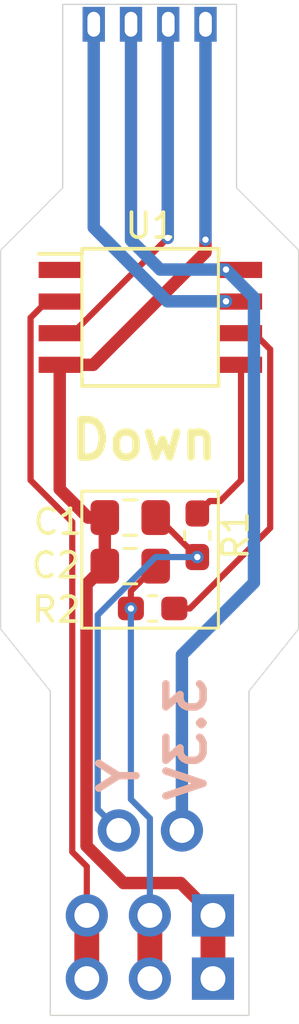
<source format=kicad_pcb>
(kicad_pcb (version 20171130) (host pcbnew "(5.1.5)-3")

  (general
    (thickness 1.6)
    (drawings 33)
    (tracks 77)
    (zones 0)
    (modules 8)
    (nets 11)
  )

  (page A4)
  (layers
    (0 F.Cu signal)
    (31 B.Cu signal)
    (32 B.Adhes user)
    (33 F.Adhes user)
    (34 B.Paste user)
    (35 F.Paste user)
    (36 B.SilkS user)
    (37 F.SilkS user)
    (38 B.Mask user)
    (39 F.Mask user)
    (40 Dwgs.User user)
    (41 Cmts.User user)
    (42 Eco1.User user)
    (43 Eco2.User user)
    (44 Edge.Cuts user)
    (45 Margin user)
    (46 B.CrtYd user)
    (47 F.CrtYd user)
    (48 B.Fab user hide)
    (49 F.Fab user hide)
  )

  (setup
    (last_trace_width 0.5)
    (user_trace_width 0.5)
    (trace_clearance 0.2)
    (zone_clearance 0.508)
    (zone_45_only no)
    (trace_min 0.2)
    (via_size 0.8)
    (via_drill 0.4)
    (via_min_size 0.4)
    (via_min_drill 0.3)
    (uvia_size 0.3)
    (uvia_drill 0.1)
    (uvias_allowed no)
    (uvia_min_size 0.2)
    (uvia_min_drill 0.1)
    (edge_width 0.05)
    (segment_width 0.2)
    (pcb_text_width 0.3)
    (pcb_text_size 1.5 1.5)
    (mod_edge_width 0.12)
    (mod_text_size 1 1)
    (mod_text_width 0.15)
    (pad_size 1.7 1.7)
    (pad_drill 1)
    (pad_to_mask_clearance 0.0762)
    (solder_mask_min_width 0.1016)
    (aux_axis_origin 0 0)
    (grid_origin 69 39)
    (visible_elements 7FFFFFFF)
    (pcbplotparams
      (layerselection 0x010fc_ffffffff)
      (usegerberextensions false)
      (usegerberattributes false)
      (usegerberadvancedattributes false)
      (creategerberjobfile false)
      (excludeedgelayer true)
      (linewidth 0.100000)
      (plotframeref false)
      (viasonmask false)
      (mode 1)
      (useauxorigin false)
      (hpglpennumber 1)
      (hpglpenspeed 20)
      (hpglpendiameter 15.000000)
      (psnegative false)
      (psa4output false)
      (plotreference true)
      (plotvalue true)
      (plotinvisibletext false)
      (padsonsilk false)
      (subtractmaskfromsilk false)
      (outputformat 1)
      (mirror false)
      (drillshape 1)
      (scaleselection 1)
      (outputdirectory ""))
  )

  (net 0 "")
  (net 1 GND)
  (net 2 YOut)
  (net 3 XOut)
  (net 4 "Net-(R1-Pad2)")
  (net 5 "Net-(R2-Pad2)")
  (net 6 +3V3)
  (net 7 Xin)
  (net 8 YIn)
  (net 9 StickReference)
  (net 10 "Net-(U1-Pad1)")

  (net_class Default "This is the default net class."
    (clearance 0.2)
    (trace_width 0.25)
    (via_dia 0.8)
    (via_drill 0.4)
    (uvia_dia 0.3)
    (uvia_drill 0.1)
    (add_net +3V3)
    (add_net GND)
    (add_net "Net-(R1-Pad2)")
    (add_net "Net-(R2-Pad2)")
    (add_net "Net-(U1-Pad1)")
    (add_net StickReference)
    (add_net XOut)
    (add_net Xin)
    (add_net YIn)
    (add_net YOut)
  )

  (module Package_SO:SOIJ-8_5.3x5.3mm_P1.27mm (layer F.Cu) (tedit 5A02F2D3) (tstamp 5DAE7B86)
    (at 72.53 51.57)
    (descr "8-Lead Plastic Small Outline (SM) - Medium, 5.28 mm Body [SOIC] (see Microchip Packaging Specification 00000049BS.pdf)")
    (tags "SOIC 1.27")
    (path /5DAD2892)
    (attr smd)
    (fp_text reference U1 (at 0 -3.68) (layer F.SilkS)
      (effects (font (size 1 1) (thickness 0.15)))
    )
    (fp_text value ATtiny45V-10SU (at 0 3.68) (layer F.Fab) hide
      (effects (font (size 1 1) (thickness 0.15)))
    )
    (fp_line (start -2.75 -2.55) (end -4.5 -2.55) (layer F.SilkS) (width 0.15))
    (fp_line (start -2.75 2.755) (end 2.75 2.755) (layer F.SilkS) (width 0.15))
    (fp_line (start -2.75 -2.755) (end 2.75 -2.755) (layer F.SilkS) (width 0.15))
    (fp_line (start -2.75 2.755) (end -2.75 2.455) (layer F.SilkS) (width 0.15))
    (fp_line (start 2.75 2.755) (end 2.75 2.455) (layer F.SilkS) (width 0.15))
    (fp_line (start 2.75 -2.755) (end 2.75 -2.455) (layer F.SilkS) (width 0.15))
    (fp_line (start -2.75 -2.755) (end -2.75 -2.55) (layer F.SilkS) (width 0.15))
    (fp_line (start -4.75 2.95) (end 4.75 2.95) (layer F.CrtYd) (width 0.05))
    (fp_line (start -4.75 -2.95) (end 4.75 -2.95) (layer F.CrtYd) (width 0.05))
    (fp_line (start 4.75 -2.95) (end 4.75 2.95) (layer F.CrtYd) (width 0.05))
    (fp_line (start -4.75 -2.95) (end -4.75 2.95) (layer F.CrtYd) (width 0.05))
    (fp_line (start -2.65 -1.65) (end -1.65 -2.65) (layer F.Fab) (width 0.15))
    (fp_line (start -2.65 2.65) (end -2.65 -1.65) (layer F.Fab) (width 0.15))
    (fp_line (start 2.65 2.65) (end -2.65 2.65) (layer F.Fab) (width 0.15))
    (fp_line (start 2.65 -2.65) (end 2.65 2.65) (layer F.Fab) (width 0.15))
    (fp_line (start -1.65 -2.65) (end 2.65 -2.65) (layer F.Fab) (width 0.15))
    (fp_text user %R (at 0 0) (layer F.Fab)
      (effects (font (size 1 1) (thickness 0.15)))
    )
    (pad 8 smd rect (at 3.65 -1.905) (size 1.7 0.65) (layers F.Cu F.Paste F.Mask)
      (net 6 +3V3))
    (pad 7 smd rect (at 3.65 -0.635) (size 1.7 0.65) (layers F.Cu F.Paste F.Mask)
      (net 7 Xin))
    (pad 6 smd rect (at 3.65 0.635) (size 1.7 0.65) (layers F.Cu F.Paste F.Mask)
      (net 5 "Net-(R2-Pad2)"))
    (pad 5 smd rect (at 3.65 1.905) (size 1.7 0.65) (layers F.Cu F.Paste F.Mask)
      (net 4 "Net-(R1-Pad2)"))
    (pad 4 smd rect (at -3.65 1.905) (size 1.7 0.65) (layers F.Cu F.Paste F.Mask)
      (net 1 GND))
    (pad 3 smd rect (at -3.65 0.635) (size 1.7 0.65) (layers F.Cu F.Paste F.Mask)
      (net 8 YIn))
    (pad 2 smd rect (at -3.65 -0.635) (size 1.7 0.65) (layers F.Cu F.Paste F.Mask)
      (net 9 StickReference))
    (pad 1 smd rect (at -3.65 -1.905) (size 1.7 0.65) (layers F.Cu F.Paste F.Mask)
      (net 10 "Net-(U1-Pad1)"))
    (model ${KISYS3DMOD}/Package_SO.3dshapes/SOIJ-8_5.3x5.3mm_P1.27mm.wrl
      (at (xyz 0 0 0))
      (scale (xyz 1 1 1))
      (rotate (xyz 0 0 0))
    )
  )

  (module Connector_PinHeader_2.54mm:PinHeader_2x01_P2.54mm_Vertical (layer F.Cu) (tedit 5DB04A92) (tstamp 5DB199E9)
    (at 71.26 72.175)
    (descr "Through hole straight pin header, 2x01, 2.54mm pitch, double rows")
    (tags "Through hole pin header THT 2x01 2.54mm double row")
    (fp_text reference " " (at 1.27 -2.33) (layer F.SilkS) hide
      (effects (font (size 1 1) (thickness 0.15)))
    )
    (fp_text value PinHeader_2x01_P2.54mm_Vertical (at 1.27 2.33) (layer F.Fab)
      (effects (font (size 1 1) (thickness 0.15)))
    )
    (fp_line (start 0 -1.27) (end 3.81 -1.27) (layer F.Fab) (width 0.1))
    (fp_line (start 3.81 -1.27) (end 3.81 1.27) (layer F.Fab) (width 0.1))
    (fp_line (start 3.81 1.27) (end -1.27 1.27) (layer F.Fab) (width 0.1))
    (fp_line (start -1.27 1.27) (end -1.27 0) (layer F.Fab) (width 0.1))
    (fp_line (start -1.27 0) (end 0 -1.27) (layer F.Fab) (width 0.1))
    (fp_line (start -1.8 -1.8) (end -1.8 1.8) (layer F.CrtYd) (width 0.05))
    (fp_line (start -1.8 1.8) (end 4.35 1.8) (layer F.CrtYd) (width 0.05))
    (fp_line (start 4.35 1.8) (end 4.35 -1.8) (layer F.CrtYd) (width 0.05))
    (fp_line (start 4.35 -1.8) (end -1.8 -1.8) (layer F.CrtYd) (width 0.05))
    (pad 1 thru_hole oval (at 0 0) (size 1.7 1.7) (drill 1) (layers *.Cu *.Mask)
      (net 2 YOut))
    (pad 2 thru_hole oval (at 2.54 0) (size 1.7 1.7) (drill 1) (layers *.Cu *.Mask)
      (net 6 +3V3))
    (model ${KISYS3DMOD}/Connector_PinHeader_2.54mm.3dshapes/PinHeader_2x01_P2.54mm_Vertical.wrl
      (at (xyz 0 0 0))
      (scale (xyz 1 1 1))
      (rotate (xyz 0 0 0))
    )
  )

  (module Connector_PinHeader_2.54mm:PinHeader_2x03_P2.54mm_Vertical (layer B.Cu) (tedit 5DB049BF) (tstamp 5DB185C3)
    (at 75.05 78.125 90)
    (descr "Through hole straight pin header, 2x03, 2.54mm pitch, double rows")
    (tags "Through hole pin header THT 2x03 2.54mm double row")
    (fp_text reference XB1 (at 5.075 -4.14) (layer B.SilkS) hide
      (effects (font (size 1 1) (thickness 0.15)))
    )
    (fp_text value PinHeader_2x03_P2.54mm_Vertical (at -4.55 -2.265) (layer B.Fab)
      (effects (font (size 1 1) (thickness 0.15)))
    )
    (fp_line (start 4.35 1.8) (end -1.8 1.8) (layer B.CrtYd) (width 0.05))
    (fp_line (start 4.35 -6.85) (end 4.35 1.8) (layer B.CrtYd) (width 0.05))
    (fp_line (start -1.8 -6.85) (end 4.35 -6.85) (layer B.CrtYd) (width 0.05))
    (fp_line (start -1.8 1.8) (end -1.8 -6.85) (layer B.CrtYd) (width 0.05))
    (fp_line (start -1.27 0) (end 0 1.27) (layer B.Fab) (width 0.1))
    (fp_line (start -1.27 -6.35) (end -1.27 0) (layer B.Fab) (width 0.1))
    (fp_line (start 3.81 -6.35) (end -1.27 -6.35) (layer B.Fab) (width 0.1))
    (fp_line (start 3.81 1.27) (end 3.81 -6.35) (layer B.Fab) (width 0.1))
    (fp_line (start 0 1.27) (end 3.81 1.27) (layer B.Fab) (width 0.1))
    (fp_text user " " (at 1.27 -2.54 180) (layer B.Fab)
      (effects (font (size 1 1) (thickness 0.15)) (justify mirror))
    )
    (pad 6 thru_hole oval (at 2.54 -5.08 90) (size 1.7 1.7) (drill 1) (layers *.Cu *.Mask)
      (net 9 StickReference))
    (pad 5 thru_hole oval (at 0 -5.08 90) (size 1.7 1.7) (drill 1) (layers *.Cu *.Mask)
      (net 9 StickReference))
    (pad 4 thru_hole oval (at 2.54 -2.54 90) (size 1.7 1.7) (drill 1) (layers *.Cu *.Mask)
      (net 3 XOut))
    (pad 3 thru_hole oval (at 0 -2.54 90) (size 1.7 1.7) (drill 1) (layers *.Cu *.Mask)
      (net 3 XOut))
    (pad 2 thru_hole rect (at 2.54 0 90) (size 1.7 1.7) (drill 1) (layers *.Cu *.Mask)
      (net 1 GND))
    (pad 1 thru_hole rect (at 0 0 90) (size 1.7 1.7) (drill 1) (layers *.Cu *.Mask)
      (net 1 GND))
    (model ${KISYS3DMOD}/Connector_PinHeader_2.54mm.3dshapes/PinHeader_2x03_P2.54mm_Vertical.wrl
      (at (xyz 0 0 0))
      (scale (xyz 1 1 1))
      (rotate (xyz 0 0 0))
    )
  )

  (module "Custom Footprints:3DS_Joypad" (layer F.Cu) (tedit 5DAFCD96) (tstamp 5DB01BC6)
    (at 72.5 39.8)
    (attr smd)
    (fp_text reference J1 (at 0 2.2) (layer F.SilkS) hide
      (effects (font (size 1 1) (thickness 0.15)))
    )
    (fp_text value "3DS Joystick Pads" (at 0 -2.2) (layer F.Fab) hide
      (effects (font (size 1 1) (thickness 0.15)))
    )
    (fp_line (start -2.95 0.95) (end -2.95 -0.95) (layer F.CrtYd) (width 0.05))
    (fp_line (start 2.95 0.95) (end -2.95 0.95) (layer F.CrtYd) (width 0.05))
    (fp_line (start 2.95 -0.95) (end 2.95 0.95) (layer F.CrtYd) (width 0.05))
    (fp_line (start -2.95 -0.95) (end 2.95 -0.95) (layer F.CrtYd) (width 0.05))
    (pad 4 thru_hole rect (at 2.25 0) (size 0.9 1.4) (drill oval 0.508 1) (layers *.Cu *.Mask)
      (net 1 GND))
    (pad 3 thru_hole rect (at 0.75 0) (size 0.9 1.4) (drill oval 0.508 1) (layers *.Cu *.Mask)
      (net 8 YIn))
    (pad 2 thru_hole rect (at -0.75 0) (size 0.9 1.4) (drill oval 0.508 1) (layers *.Cu *.Mask)
      (net 6 +3V3))
    (pad 1 thru_hole rect (at -2.25 0) (size 0.9 1.4) (drill oval 0.508 1) (layers *.Cu *.Mask)
      (net 7 Xin))
  )

  (module Resistor_SMD:R_0603_1608Metric_Pad1.05x0.95mm_HandSolder (layer F.Cu) (tedit 5B301BBD) (tstamp 5DAE7B69)
    (at 72.62 63.26)
    (descr "Resistor SMD 0603 (1608 Metric), square (rectangular) end terminal, IPC_7351 nominal with elongated pad for handsoldering. (Body size source: http://www.tortai-tech.com/upload/download/2011102023233369053.pdf), generated with kicad-footprint-generator")
    (tags "resistor handsolder")
    (path /5DADB908)
    (attr smd)
    (fp_text reference R2 (at -4.95 0.05) (layer F.SilkS)
      (effects (font (size 1 1) (thickness 0.15)) (justify left))
    )
    (fp_text value 1k (at 0 1.43) (layer F.Fab) hide
      (effects (font (size 1 1) (thickness 0.15)))
    )
    (fp_text user %R (at 0 0) (layer F.Fab)
      (effects (font (size 0.4 0.4) (thickness 0.06)))
    )
    (fp_line (start 1.65 0.73) (end -1.65 0.73) (layer F.CrtYd) (width 0.05))
    (fp_line (start 1.65 -0.73) (end 1.65 0.73) (layer F.CrtYd) (width 0.05))
    (fp_line (start -1.65 -0.73) (end 1.65 -0.73) (layer F.CrtYd) (width 0.05))
    (fp_line (start -1.65 0.73) (end -1.65 -0.73) (layer F.CrtYd) (width 0.05))
    (fp_line (start -0.171267 0.51) (end 0.171267 0.51) (layer F.SilkS) (width 0.12))
    (fp_line (start -0.171267 -0.51) (end 0.171267 -0.51) (layer F.SilkS) (width 0.12))
    (fp_line (start 0.8 0.4) (end -0.8 0.4) (layer F.Fab) (width 0.1))
    (fp_line (start 0.8 -0.4) (end 0.8 0.4) (layer F.Fab) (width 0.1))
    (fp_line (start -0.8 -0.4) (end 0.8 -0.4) (layer F.Fab) (width 0.1))
    (fp_line (start -0.8 0.4) (end -0.8 -0.4) (layer F.Fab) (width 0.1))
    (pad 2 smd roundrect (at 0.875 0) (size 1.05 0.95) (layers F.Cu F.Paste F.Mask) (roundrect_rratio 0.25)
      (net 5 "Net-(R2-Pad2)"))
    (pad 1 smd roundrect (at -0.875 0) (size 1.05 0.95) (layers F.Cu F.Paste F.Mask) (roundrect_rratio 0.25)
      (net 3 XOut))
    (model ${KISYS3DMOD}/Resistor_SMD.3dshapes/R_0603_1608Metric.wrl
      (at (xyz 0 0 0))
      (scale (xyz 1 1 1))
      (rotate (xyz 0 0 0))
    )
  )

  (module Resistor_SMD:R_0603_1608Metric_Pad1.05x0.95mm_HandSolder (layer F.Cu) (tedit 5B301BBD) (tstamp 5DAE7B58)
    (at 74.42 60.32 90)
    (descr "Resistor SMD 0603 (1608 Metric), square (rectangular) end terminal, IPC_7351 nominal with elongated pad for handsoldering. (Body size source: http://www.tortai-tech.com/upload/download/2011102023233369053.pdf), generated with kicad-footprint-generator")
    (tags "resistor handsolder")
    (path /5DAD4E28)
    (attr smd)
    (fp_text reference R1 (at 0 1.54 90) (layer F.SilkS)
      (effects (font (size 1 1) (thickness 0.15)))
    )
    (fp_text value 1k (at 0 1.43 90) (layer F.Fab) hide
      (effects (font (size 1 1) (thickness 0.15)))
    )
    (fp_text user %R (at 0 0 90) (layer F.Fab)
      (effects (font (size 0.4 0.4) (thickness 0.06)))
    )
    (fp_line (start 1.65 0.73) (end -1.65 0.73) (layer F.CrtYd) (width 0.05))
    (fp_line (start 1.65 -0.73) (end 1.65 0.73) (layer F.CrtYd) (width 0.05))
    (fp_line (start -1.65 -0.73) (end 1.65 -0.73) (layer F.CrtYd) (width 0.05))
    (fp_line (start -1.65 0.73) (end -1.65 -0.73) (layer F.CrtYd) (width 0.05))
    (fp_line (start -0.171267 0.51) (end 0.171267 0.51) (layer F.SilkS) (width 0.12))
    (fp_line (start -0.171267 -0.51) (end 0.171267 -0.51) (layer F.SilkS) (width 0.12))
    (fp_line (start 0.8 0.4) (end -0.8 0.4) (layer F.Fab) (width 0.1))
    (fp_line (start 0.8 -0.4) (end 0.8 0.4) (layer F.Fab) (width 0.1))
    (fp_line (start -0.8 -0.4) (end 0.8 -0.4) (layer F.Fab) (width 0.1))
    (fp_line (start -0.8 0.4) (end -0.8 -0.4) (layer F.Fab) (width 0.1))
    (pad 2 smd roundrect (at 0.875 0 90) (size 1.05 0.95) (layers F.Cu F.Paste F.Mask) (roundrect_rratio 0.25)
      (net 4 "Net-(R1-Pad2)"))
    (pad 1 smd roundrect (at -0.875 0 90) (size 1.05 0.95) (layers F.Cu F.Paste F.Mask) (roundrect_rratio 0.25)
      (net 2 YOut))
    (model ${KISYS3DMOD}/Resistor_SMD.3dshapes/R_0603_1608Metric.wrl
      (at (xyz 0 0 0))
      (scale (xyz 1 1 1))
      (rotate (xyz 0 0 0))
    )
  )

  (module Capacitor_SMD:C_0805_2012Metric_Pad1.15x1.40mm_HandSolder (layer F.Cu) (tedit 5B36C52B) (tstamp 5DAE7B47)
    (at 71.72 61.56 180)
    (descr "Capacitor SMD 0805 (2012 Metric), square (rectangular) end terminal, IPC_7351 nominal with elongated pad for handsoldering. (Body size source: https://docs.google.com/spreadsheets/d/1BsfQQcO9C6DZCsRaXUlFlo91Tg2WpOkGARC1WS5S8t0/edit?usp=sharing), generated with kicad-footprint-generator")
    (tags "capacitor handsolder")
    (path /5DADB90E)
    (attr smd)
    (fp_text reference C2 (at 2.99 0.03) (layer F.SilkS)
      (effects (font (size 1 1) (thickness 0.15)))
    )
    (fp_text value 10uf (at 0 1.65) (layer F.Fab) hide
      (effects (font (size 1 1) (thickness 0.15)))
    )
    (fp_text user %R (at 0 0) (layer F.Fab)
      (effects (font (size 0.5 0.5) (thickness 0.08)))
    )
    (fp_line (start 1.85 0.95) (end -1.85 0.95) (layer F.CrtYd) (width 0.05))
    (fp_line (start 1.85 -0.95) (end 1.85 0.95) (layer F.CrtYd) (width 0.05))
    (fp_line (start -1.85 -0.95) (end 1.85 -0.95) (layer F.CrtYd) (width 0.05))
    (fp_line (start -1.85 0.95) (end -1.85 -0.95) (layer F.CrtYd) (width 0.05))
    (fp_line (start -0.261252 0.71) (end 0.261252 0.71) (layer F.SilkS) (width 0.12))
    (fp_line (start -0.261252 -0.71) (end 0.261252 -0.71) (layer F.SilkS) (width 0.12))
    (fp_line (start 1 0.6) (end -1 0.6) (layer F.Fab) (width 0.1))
    (fp_line (start 1 -0.6) (end 1 0.6) (layer F.Fab) (width 0.1))
    (fp_line (start -1 -0.6) (end 1 -0.6) (layer F.Fab) (width 0.1))
    (fp_line (start -1 0.6) (end -1 -0.6) (layer F.Fab) (width 0.1))
    (pad 2 smd roundrect (at 1.025 0 180) (size 1.15 1.4) (layers F.Cu F.Paste F.Mask) (roundrect_rratio 0.217391)
      (net 1 GND))
    (pad 1 smd roundrect (at -1.025 0 180) (size 1.15 1.4) (layers F.Cu F.Paste F.Mask) (roundrect_rratio 0.217391)
      (net 3 XOut))
    (model ${KISYS3DMOD}/Capacitor_SMD.3dshapes/C_0805_2012Metric.wrl
      (at (xyz 0 0 0))
      (scale (xyz 1 1 1))
      (rotate (xyz 0 0 0))
    )
  )

  (module Capacitor_SMD:C_0805_2012Metric_Pad1.15x1.40mm_HandSolder (layer F.Cu) (tedit 5B36C52B) (tstamp 5DAE7B36)
    (at 71.72 59.61 180)
    (descr "Capacitor SMD 0805 (2012 Metric), square (rectangular) end terminal, IPC_7351 nominal with elongated pad for handsoldering. (Body size source: https://docs.google.com/spreadsheets/d/1BsfQQcO9C6DZCsRaXUlFlo91Tg2WpOkGARC1WS5S8t0/edit?usp=sharing), generated with kicad-footprint-generator")
    (tags "capacitor handsolder")
    (path /5DAD65C0)
    (attr smd)
    (fp_text reference C1 (at 2.91 -0.17) (layer F.SilkS)
      (effects (font (size 1 1) (thickness 0.15)))
    )
    (fp_text value 10uf (at 0 1.65) (layer F.Fab) hide
      (effects (font (size 1 1) (thickness 0.15)))
    )
    (fp_text user %R (at 0 0 180) (layer F.Fab)
      (effects (font (size 0.5 0.5) (thickness 0.08)))
    )
    (fp_line (start 1.85 0.95) (end -1.85 0.95) (layer F.CrtYd) (width 0.05))
    (fp_line (start 1.85 -0.95) (end 1.85 0.95) (layer F.CrtYd) (width 0.05))
    (fp_line (start -1.85 -0.95) (end 1.85 -0.95) (layer F.CrtYd) (width 0.05))
    (fp_line (start -1.85 0.95) (end -1.85 -0.95) (layer F.CrtYd) (width 0.05))
    (fp_line (start -0.261252 0.71) (end 0.261252 0.71) (layer F.SilkS) (width 0.12))
    (fp_line (start -0.261252 -0.71) (end 0.261252 -0.71) (layer F.SilkS) (width 0.12))
    (fp_line (start 1 0.6) (end -1 0.6) (layer F.Fab) (width 0.1))
    (fp_line (start 1 -0.6) (end 1 0.6) (layer F.Fab) (width 0.1))
    (fp_line (start -1 -0.6) (end 1 -0.6) (layer F.Fab) (width 0.1))
    (fp_line (start -1 0.6) (end -1 -0.6) (layer F.Fab) (width 0.1))
    (pad 2 smd roundrect (at 1.025 0 180) (size 1.15 1.4) (layers F.Cu F.Paste F.Mask) (roundrect_rratio 0.217391)
      (net 1 GND))
    (pad 1 smd roundrect (at -1.025 0 180) (size 1.15 1.4) (layers F.Cu F.Paste F.Mask) (roundrect_rratio 0.217391)
      (net 2 YOut))
    (model ${KISYS3DMOD}/Capacitor_SMD.3dshapes/C_0805_2012Metric.wrl
      (at (xyz 0 0 0))
      (scale (xyz 1 1 1))
      (rotate (xyz 0 0 0))
    )
  )

  (gr_text Down (at 72.275 56.5) (layer F.SilkS)
    (effects (font (size 1.5 1.5) (thickness 0.3)))
  )
  (gr_text 3.3V (at 73.975 68.5 90) (layer B.SilkS)
    (effects (font (size 1.5 1.5) (thickness 0.3)) (justify mirror))
  )
  (gr_text Y (at 71.275 69.975 90) (layer B.SilkS)
    (effects (font (size 1.5 1.5) (thickness 0.3)))
  )
  (gr_line (start 76 46.37) (end 78.5 48.87) (layer Edge.Cuts) (width 0.05) (tstamp 5DB10E2D))
  (gr_line (start 66.5 48.87) (end 69 46.37) (layer Edge.Cuts) (width 0.05) (tstamp 5DB10E2C))
  (gr_line (start 66.5 64.08) (end 68.5 66.58) (layer Edge.Cuts) (width 0.05) (tstamp 5DB17AB2))
  (gr_line (start 76.5 66.58) (end 78.5 64.08) (layer Edge.Cuts) (width 0.05) (tstamp 5DB17AB1))
  (gr_line (start 68.5 70.1) (end 68.5 66.58) (layer Edge.Cuts) (width 0.05) (tstamp 5DAFBF42))
  (gr_line (start 69 42.8) (end 69 46.37) (layer Edge.Cuts) (width 0.05) (tstamp 5DAFBF45))
  (gr_line (start 66.5 64.08) (end 66.5 48.87) (layer Edge.Cuts) (width 0.05) (tstamp 5DAFBF43))
  (gr_line (start 78.5 64.08) (end 78.5 48.87) (layer Edge.Cuts) (width 0.05) (tstamp 5DAFBE8B))
  (gr_line (start 76.5 70.1) (end 76.5 66.58) (layer Edge.Cuts) (width 0.05) (tstamp 5DAFBE7B))
  (gr_line (start 76 42.8) (end 76 46.37) (layer Edge.Cuts) (width 0.05) (tstamp 5DAFBE5F))
  (gr_line (start 76 48.87) (end 69 48.87) (layer F.Fab) (width 0.05))
  (gr_line (start 69 70.1) (end 76 70.1) (layer F.Fab) (width 0.05) (tstamp 5DAEF090))
  (gr_line (start 69 42.8) (end 76 42.8) (layer F.Fab) (width 0.05) (tstamp 5DAEF06E))
  (gr_line (start 69 40.6) (end 76 40.6) (layer F.Fab) (width 0.05) (tstamp 5DAEF049))
  (gr_line (start 68.5 70.1) (end 68.5 79.6) (layer Edge.Cuts) (width 0.05))
  (gr_line (start 76.5 70.1) (end 76.5 79.6) (layer Edge.Cuts) (width 0.05))
  (gr_line (start 76 40.6) (end 76 42.8) (layer Edge.Cuts) (width 0.05))
  (gr_line (start 69 40.6) (end 69 42.8) (layer Edge.Cuts) (width 0.05))
  (gr_line (start 76 39) (end 76 40.6) (layer Edge.Cuts) (width 0.05))
  (gr_line (start 69 39) (end 69 40.6) (layer Edge.Cuts) (width 0.05))
  (gr_line (start 76 39) (end 69 39) (layer Edge.Cuts) (width 0.05) (tstamp 5DAE4A78))
  (gr_line (start 68.5 79.6) (end 76.5 79.6) (layer Edge.Cuts) (width 0.05))
  (gr_line (start 69.77 64.05) (end 69.77 58.55) (layer F.SilkS) (width 0.12) (tstamp 5DAE7BE5))
  (gr_line (start 75.27 64.05) (end 69.77 64.05) (layer F.SilkS) (width 0.12))
  (gr_line (start 75.27 58.55) (end 75.27 64.05) (layer F.SilkS) (width 0.12))
  (gr_line (start 69.77 58.55) (end 75.27 58.55) (layer F.SilkS) (width 0.12))
  (gr_line (start 69.77 54.31) (end 69.77 48.81) (layer F.SilkS) (width 0.12) (tstamp 5DAE7BE4))
  (gr_line (start 75.27 54.31) (end 69.77 54.31) (layer F.SilkS) (width 0.12))
  (gr_line (start 75.27 48.81) (end 75.27 54.31) (layer F.SilkS) (width 0.12))
  (gr_line (start 69.77 48.81) (end 75.27 48.81) (layer F.SilkS) (width 0.12))

  (segment (start 75.05 76.685) (end 75.05 78.125) (width 1) (layer F.Cu) (net 1))
  (segment (start 75.05 75.585) (end 75.05 76.685) (width 1) (layer F.Cu) (net 1))
  (segment (start 70.695 59.61) (end 70.695 61.56) (width 0.5) (layer F.Cu) (net 1))
  (segment (start 68.88 53.475) (end 69.405 53.475) (width 0.25) (layer F.Cu) (net 1))
  (segment (start 70.02 59.61) (end 70.695 59.61) (width 0.5) (layer F.Cu) (net 1))
  (segment (start 68.88 58.47) (end 70.02 59.61) (width 0.5) (layer F.Cu) (net 1))
  (segment (start 68.88 53.475) (end 68.88 58.47) (width 0.5) (layer F.Cu) (net 1))
  (segment (start 73.749999 74.284999) (end 75.05 75.585) (width 0.5) (layer F.Cu) (net 1))
  (segment (start 71.445997 74.284999) (end 73.749999 74.284999) (width 0.5) (layer F.Cu) (net 1))
  (segment (start 69.959999 72.799001) (end 71.445997 74.284999) (width 0.5) (layer F.Cu) (net 1))
  (segment (start 69.959999 62.295001) (end 69.959999 72.799001) (width 0.5) (layer F.Cu) (net 1))
  (segment (start 70.695 61.56) (end 69.959999 62.295001) (width 0.5) (layer F.Cu) (net 1))
  (segment (start 74.75 48.955) (end 74.75 48.45) (width 0.5) (layer F.Cu) (net 1))
  (segment (start 70.23 53.475) (end 74.75 48.955) (width 0.5) (layer F.Cu) (net 1))
  (segment (start 68.88 53.475) (end 70.23 53.475) (width 0.5) (layer F.Cu) (net 1))
  (via (at 74.75 48.45) (size 0.5) (drill 0.254) (layers F.Cu B.Cu) (net 1))
  (segment (start 74.75 48.45) (end 74.75 39.8) (width 0.5) (layer B.Cu) (net 1))
  (segment (start 72.835 59.61) (end 74.42 61.195) (width 0.25) (layer F.Cu) (net 2))
  (segment (start 72.745 59.61) (end 72.835 59.61) (width 0.25) (layer F.Cu) (net 2))
  (segment (start 74.42 61.195) (end 74.42 61.195) (width 0.25) (layer F.Cu) (net 2) (tstamp 5DB10E57))
  (via (at 74.42 61.195) (size 0.5) (drill 0.254) (layers F.Cu B.Cu) (net 2))
  (segment (start 73.845 61.195) (end 74.42 61.195) (width 0.25) (layer B.Cu) (net 2))
  (segment (start 72.736998 61.195) (end 73.845 61.195) (width 0.25) (layer B.Cu) (net 2))
  (segment (start 70.410001 63.521997) (end 72.736998 61.195) (width 0.25) (layer B.Cu) (net 2))
  (segment (start 70.410001 71.325001) (end 70.410001 63.521997) (width 0.25) (layer B.Cu) (net 2))
  (segment (start 71.26 72.175) (end 70.410001 71.325001) (width 0.25) (layer B.Cu) (net 2))
  (segment (start 72.51 76.787081) (end 72.51 78.125) (width 1) (layer F.Cu) (net 3))
  (segment (start 72.51 75.585) (end 72.51 76.787081) (width 1) (layer F.Cu) (net 3))
  (segment (start 71.745 62.56) (end 72.745 61.56) (width 0.25) (layer F.Cu) (net 3))
  (segment (start 71.745 63.26) (end 71.745 63.26) (width 0.25) (layer F.Cu) (net 3))
  (segment (start 71.745 63.26) (end 71.745 62.56) (width 0.25) (layer F.Cu) (net 3) (tstamp 5DB10DAF))
  (via (at 71.745 63.26) (size 0.5) (drill 0.254) (layers F.Cu B.Cu) (net 3))
  (segment (start 72.51 74.382919) (end 72.51 75.585) (width 0.25) (layer B.Cu) (net 3))
  (segment (start 72.51 71.685998) (end 72.51 74.382919) (width 0.25) (layer B.Cu) (net 3))
  (segment (start 71.745 70.920998) (end 72.51 71.685998) (width 0.25) (layer B.Cu) (net 3))
  (segment (start 71.745 63.26) (end 71.745 70.920998) (width 0.25) (layer B.Cu) (net 3))
  (segment (start 74.919072 58.945928) (end 74.42 59.445) (width 0.25) (layer F.Cu) (net 4))
  (segment (start 75.343708 58.945928) (end 74.919072 58.945928) (width 0.25) (layer F.Cu) (net 4))
  (segment (start 76.18 58.109636) (end 75.343708 58.945928) (width 0.25) (layer F.Cu) (net 4))
  (segment (start 76.18 53.475) (end 76.18 58.109636) (width 0.25) (layer F.Cu) (net 4))
  (segment (start 76.705 52.205) (end 76.18 52.205) (width 0.25) (layer F.Cu) (net 5))
  (segment (start 77.355001 52.855001) (end 76.705 52.205) (width 0.25) (layer F.Cu) (net 5))
  (segment (start 77.355001 60.024999) (end 77.355001 52.855001) (width 0.25) (layer F.Cu) (net 5))
  (segment (start 74.12 63.26) (end 77.355001 60.024999) (width 0.25) (layer F.Cu) (net 5))
  (segment (start 73.495 63.26) (end 74.12 63.26) (width 0.25) (layer F.Cu) (net 5))
  (via (at 75.575 49.65) (size 0.5) (drill 0.254) (layers F.Cu B.Cu) (net 6))
  (segment (start 76.705 49.665) (end 76.18 49.665) (width 0.25) (layer F.Cu) (net 6))
  (segment (start 71.775 39.825) (end 71.75 39.8) (width 0.5) (layer F.Cu) (net 6))
  (segment (start 72.925 49.65) (end 71.775 48.5) (width 0.5) (layer B.Cu) (net 6))
  (segment (start 75.575 49.65) (end 72.925 49.65) (width 0.5) (layer B.Cu) (net 6))
  (segment (start 73.8 72.175) (end 73.8 65.125) (width 0.5) (layer B.Cu) (net 6))
  (segment (start 73.8 65.125) (end 76.7 62.225) (width 0.5) (layer B.Cu) (net 6))
  (segment (start 76.7 50.775) (end 75.575 49.65) (width 0.5) (layer B.Cu) (net 6))
  (segment (start 76.7 62.225) (end 76.7 50.775) (width 0.5) (layer B.Cu) (net 6))
  (segment (start 71.75 48.475) (end 71.75 39.8) (width 0.5) (layer B.Cu) (net 6))
  (segment (start 71.775 48.5) (end 71.75 48.475) (width 0.25) (layer B.Cu) (net 6))
  (via (at 75.575 50.925) (size 0.5) (drill 0.254) (layers F.Cu B.Cu) (net 7))
  (segment (start 70.525 40.075) (end 70.25 39.8) (width 0.25) (layer F.Cu) (net 7))
  (segment (start 70.25 47.964963) (end 70.25 41) (width 0.5) (layer B.Cu) (net 7))
  (segment (start 73.210037 50.925) (end 70.25 47.964963) (width 0.5) (layer B.Cu) (net 7))
  (segment (start 70.25 41) (end 70.25 39.8) (width 0.5) (layer B.Cu) (net 7))
  (segment (start 75.575 50.925) (end 73.210037 50.925) (width 0.5) (layer B.Cu) (net 7))
  (segment (start 69.405 52.205) (end 73.23 48.38) (width 0.25) (layer F.Cu) (net 8))
  (segment (start 68.88 52.205) (end 69.405 52.205) (width 0.25) (layer F.Cu) (net 8))
  (segment (start 73.23 48.38) (end 73.25 48.36) (width 0.25) (layer F.Cu) (net 8) (tstamp 5E469466))
  (via (at 73.23 48.38) (size 0.5) (drill 0.254) (layers F.Cu B.Cu) (net 8))
  (segment (start 73.23 39.82) (end 73.25 39.8) (width 0.25) (layer B.Cu) (net 8))
  (segment (start 73.23 48.38) (end 73.23 39.82) (width 0.5) (layer B.Cu) (net 8))
  (segment (start 69.97 76.787081) (end 69.97 78.125) (width 1) (layer F.Cu) (net 9))
  (segment (start 69.97 75.585) (end 69.97 76.787081) (width 1) (layer F.Cu) (net 9))
  (segment (start 68.355 50.935) (end 68.88 50.935) (width 0.25) (layer F.Cu) (net 9))
  (segment (start 67.704999 51.585001) (end 68.355 50.935) (width 0.25) (layer F.Cu) (net 9))
  (segment (start 67.704999 58.108185) (end 67.704999 51.585001) (width 0.25) (layer F.Cu) (net 9))
  (segment (start 69.384989 59.788175) (end 67.704999 58.108185) (width 0.25) (layer F.Cu) (net 9))
  (segment (start 69.384989 73.037177) (end 69.384989 59.788175) (width 0.25) (layer F.Cu) (net 9))
  (segment (start 69.97 73.622188) (end 69.384989 73.037177) (width 0.25) (layer F.Cu) (net 9))
  (segment (start 69.97 75.585) (end 69.97 73.622188) (width 0.25) (layer F.Cu) (net 9))

  (zone (net 0) (net_name "") (layers F&B.Cu) (tstamp 0) (hatch full 0.508)
    (connect_pads (clearance 0.508))
    (min_thickness 0.254)
    (keepout (tracks not_allowed) (vias not_allowed) (copperpour allowed))
    (fill (arc_segments 32) (thermal_gap 0.508) (thermal_bridge_width 0.508))
    (polygon
      (pts
        (xy 69.78 54.31) (xy 69.78 58.56) (xy 75.27 58.56) (xy 75.27 54.29)
      )
    )
  )
)

</source>
